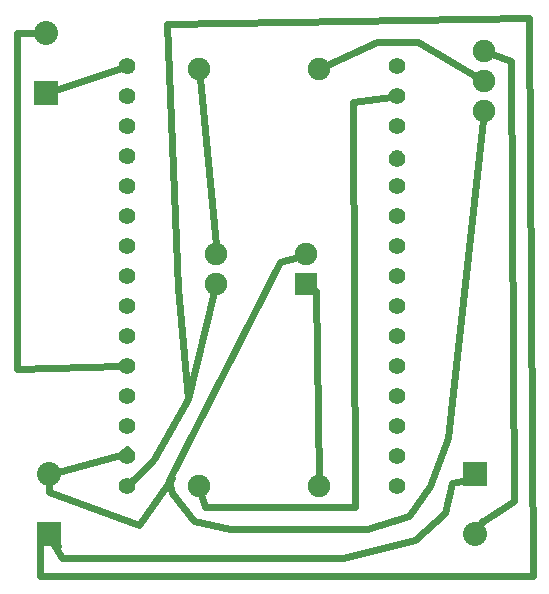
<source format=gbl>
G04 MADE WITH FRITZING*
G04 WWW.FRITZING.ORG*
G04 DOUBLE SIDED*
G04 HOLES PLATED*
G04 CONTOUR ON CENTER OF CONTOUR VECTOR*
%ASAXBY*%
%FSLAX23Y23*%
%MOIN*%
%OFA0B0*%
%SFA1.0B1.0*%
%ADD10C,0.066929*%
%ADD11C,0.055118*%
%ADD12C,0.047859*%
%ADD13C,0.075000*%
%ADD14C,0.080000*%
%ADD15R,0.075000X0.075000*%
%ADD16R,0.080000X0.080000*%
%ADD17C,0.024000*%
%LNCOPPER0*%
G90*
G70*
G54D10*
X360Y1947D03*
X1790Y277D03*
X1790Y477D03*
X370Y277D03*
X370Y477D03*
X360Y1747D03*
G54D11*
X630Y437D03*
X630Y537D03*
X630Y637D03*
X630Y737D03*
X630Y837D03*
X630Y937D03*
X630Y1037D03*
X630Y1137D03*
X630Y1237D03*
X630Y1337D03*
X630Y1437D03*
X630Y1537D03*
X630Y1637D03*
X630Y1737D03*
X630Y1837D03*
X1530Y437D03*
X1530Y537D03*
X1530Y637D03*
X1530Y737D03*
X1530Y837D03*
X1530Y937D03*
X1530Y1037D03*
X1530Y1137D03*
X1530Y1237D03*
X1530Y1337D03*
X1530Y1437D03*
X1530Y1527D03*
X1530Y1637D03*
X1530Y1737D03*
X1530Y1837D03*
G54D12*
X1530Y1635D03*
X633Y1835D03*
X633Y1735D03*
X633Y1635D03*
X633Y1535D03*
X633Y1435D03*
X1530Y1735D03*
X1530Y1835D03*
X1530Y1535D03*
X633Y1336D03*
X633Y1236D03*
X633Y1136D03*
X633Y1036D03*
X633Y936D03*
X633Y836D03*
X633Y737D03*
X633Y637D03*
X633Y537D03*
X633Y437D03*
X1530Y1136D03*
X1530Y1036D03*
X1530Y936D03*
X1530Y836D03*
X1530Y737D03*
X1530Y637D03*
X1530Y537D03*
X1530Y437D03*
X1530Y1435D03*
X1530Y1336D03*
X1530Y1236D03*
G54D13*
X870Y437D03*
X1270Y437D03*
X870Y1827D03*
X1270Y1827D03*
X1227Y1110D03*
X927Y1110D03*
X1227Y1210D03*
X927Y1210D03*
X1820Y1887D03*
X1820Y1787D03*
X1820Y1687D03*
G54D14*
X370Y277D03*
X370Y477D03*
X1790Y477D03*
X1790Y277D03*
X360Y1747D03*
X360Y1947D03*
G54D15*
X1227Y1110D03*
G54D16*
X370Y277D03*
X1790Y477D03*
X360Y1747D03*
G54D17*
X631Y1836D02*
X390Y1756D01*
D02*
X614Y1846D02*
X631Y1836D01*
D02*
X261Y1947D02*
X329Y1947D01*
D02*
X261Y828D02*
X261Y1947D01*
D02*
X610Y836D02*
X261Y828D01*
D02*
X1765Y458D02*
X1761Y456D01*
D02*
X1761Y456D02*
X1711Y447D01*
D02*
X1689Y347D02*
X1589Y256D01*
D02*
X1589Y256D02*
X1350Y197D01*
D02*
X1350Y197D02*
X411Y197D01*
D02*
X1711Y447D02*
X1689Y347D01*
D02*
X411Y197D02*
X381Y247D01*
D02*
X381Y247D02*
X400Y236D01*
D02*
X400Y236D02*
X389Y252D01*
D02*
X889Y367D02*
X877Y409D01*
D02*
X1389Y367D02*
X889Y367D01*
D02*
X1381Y1717D02*
X1389Y367D01*
D02*
X1508Y1732D02*
X1381Y1717D01*
D02*
X1270Y465D02*
X1260Y1087D01*
X1260Y1087D02*
X1250Y1094D01*
D02*
X873Y1798D02*
X924Y1239D01*
D02*
X1296Y1839D02*
X1461Y1917D01*
D02*
X1461Y1917D02*
X1600Y1917D01*
D02*
X1600Y1917D02*
X1795Y1801D01*
D02*
X1847Y1877D02*
X1908Y1855D01*
X1908Y1855D02*
X1919Y386D01*
D02*
X1919Y386D02*
X1811Y317D01*
D02*
X1811Y317D02*
X1812Y319D01*
X1812Y319D02*
X1804Y304D01*
D02*
X1199Y1201D02*
X1140Y1183D01*
X1140Y1183D02*
X769Y456D01*
D02*
X769Y456D02*
X780Y463D01*
X780Y463D02*
X669Y306D01*
D02*
X669Y306D02*
X369Y417D01*
D02*
X369Y417D02*
X369Y436D01*
D02*
X369Y436D02*
X370Y446D01*
D02*
X1639Y436D02*
X1569Y336D01*
D02*
X1700Y597D02*
X1639Y436D01*
D02*
X1817Y1658D02*
X1700Y597D01*
D02*
X1569Y336D02*
X1428Y295D01*
X1428Y295D02*
X972Y295D01*
X972Y295D02*
X852Y319D01*
X852Y319D02*
X780Y415D01*
X780Y415D02*
X769Y456D01*
D02*
X639Y447D02*
X644Y456D01*
D02*
X719Y528D02*
X639Y447D01*
D02*
X831Y728D02*
X719Y528D01*
D02*
X920Y1082D02*
X831Y728D01*
D02*
X339Y278D02*
X339Y278D01*
D02*
X339Y247D02*
X339Y278D01*
D02*
X719Y528D02*
X831Y728D01*
D02*
X831Y728D02*
X800Y1097D01*
D02*
X800Y1097D02*
X761Y1978D01*
D02*
X761Y1978D02*
X1969Y1997D01*
D02*
X1969Y1997D02*
X1981Y136D01*
D02*
X1981Y136D02*
X339Y136D01*
D02*
X339Y136D02*
X339Y247D01*
D02*
X648Y453D02*
X719Y528D01*
D02*
X631Y547D02*
X400Y485D01*
D02*
X628Y559D02*
X631Y547D01*
G04 End of Copper0*
M02*
</source>
